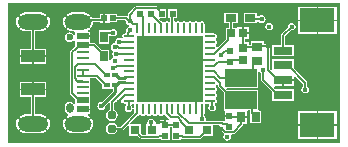
<source format=gtl>
G04*
G04 #@! TF.GenerationSoftware,Altium Limited,Altium Designer,22.10.1 (41)*
G04*
G04 Layer_Physical_Order=1*
G04 Layer_Color=255*
%FSLAX44Y44*%
%MOMM*%
G71*
G04*
G04 #@! TF.SameCoordinates,6AC466C0-41EF-44D2-8528-C36EB44BF29F*
G04*
G04*
G04 #@! TF.FilePolarity,Positive*
G04*
G01*
G75*
%ADD12R,0.7000X0.9500*%
%ADD13R,2.0000X1.0000*%
%ADD14R,1.0000X0.2700*%
%ADD15R,1.0000X0.5200*%
%ADD16R,0.5000X0.4500*%
%ADD17R,0.5500X0.5500*%
%ADD18R,0.9500X0.7000*%
%ADD19R,0.7600X0.7200*%
%ADD20R,3.0000X2.1000*%
%ADD21R,1.6000X0.8000*%
%ADD22C,0.7870*%
%ADD23R,2.7000X1.5000*%
%ADD24R,0.8500X0.7500*%
%ADD25R,0.7500X0.8500*%
%ADD26R,0.5500X0.5500*%
%ADD27R,0.8000X0.8000*%
%ADD28R,0.7200X0.7600*%
%ADD29R,5.6000X5.6000*%
%ADD30O,0.2500X0.9000*%
%ADD31O,0.9000X0.2500*%
%ADD32R,0.5153X0.4725*%
G04:AMPARAMS|DCode=49|XSize=0.85mm|YSize=0.6mm|CornerRadius=0.3mm|HoleSize=0mm|Usage=FLASHONLY|Rotation=270.000|XOffset=0mm|YOffset=0mm|HoleType=Round|Shape=RoundedRectangle|*
%AMROUNDEDRECTD49*
21,1,0.8500,0.0000,0,0,270.0*
21,1,0.2500,0.6000,0,0,270.0*
1,1,0.6000,0.0000,-0.1250*
1,1,0.6000,0.0000,0.1250*
1,1,0.6000,0.0000,0.1250*
1,1,0.6000,0.0000,-0.1250*
%
%ADD49ROUNDEDRECTD49*%
%ADD50C,0.6000*%
G04:AMPARAMS|DCode=51|XSize=1.3mm|YSize=2.6mm|CornerRadius=0.65mm|HoleSize=0mm|Usage=FLASHONLY|Rotation=270.000|XOffset=0mm|YOffset=0mm|HoleType=Round|Shape=RoundedRectangle|*
%AMROUNDEDRECTD51*
21,1,1.3000,1.3000,0,0,270.0*
21,1,0.0000,2.6000,0,0,270.0*
1,1,1.3000,-0.6500,0.0000*
1,1,1.3000,-0.6500,0.0000*
1,1,1.3000,0.6500,0.0000*
1,1,1.3000,0.6500,0.0000*
%
%ADD51ROUNDEDRECTD51*%
G04:AMPARAMS|DCode=52|XSize=1.3mm|YSize=2.3mm|CornerRadius=0.65mm|HoleSize=0mm|Usage=FLASHONLY|Rotation=270.000|XOffset=0mm|YOffset=0mm|HoleType=Round|Shape=RoundedRectangle|*
%AMROUNDEDRECTD52*
21,1,1.3000,1.0000,0,0,270.0*
21,1,0.0000,2.3000,0,0,270.0*
1,1,1.3000,-0.5000,0.0000*
1,1,1.3000,-0.5000,0.0000*
1,1,1.3000,0.5000,0.0000*
1,1,1.3000,0.5000,0.0000*
%
%ADD52ROUNDEDRECTD52*%
%ADD54C,0.1270*%
%ADD55C,0.2175*%
%ADD56C,0.4500*%
%ADD57C,0.5000*%
G36*
X249922Y-59922D02*
X-30922D01*
Y58922D01*
X249922D01*
Y-59922D01*
D02*
G37*
%LPC*%
G36*
X94747Y56111D02*
X77202D01*
X76564Y55984D01*
X76024Y55622D01*
X70715Y50314D01*
X70354Y49773D01*
X70227Y49135D01*
Y48452D01*
X69949Y48176D01*
X68957Y47609D01*
X68667Y47667D01*
X61362D01*
Y49362D01*
X55219D01*
X54061Y49632D01*
X53051Y49632D01*
X50849D01*
Y46000D01*
Y42368D01*
X53051D01*
X54061Y42368D01*
X55219Y42638D01*
X61362D01*
Y44333D01*
X67595D01*
X68580Y43647D01*
X68833Y42379D01*
X69551Y41304D01*
X70626Y40586D01*
X71505Y40411D01*
Y39116D01*
X70614Y38939D01*
X69539Y38220D01*
X68821Y37145D01*
X68568Y35877D01*
X68821Y34609D01*
X68308Y33350D01*
X67824D01*
X66946Y33175D01*
X66202Y32678D01*
X65704Y31934D01*
X65530Y31056D01*
X65704Y30178D01*
X65871Y29928D01*
X64956Y29013D01*
X64260Y29477D01*
X62992Y29730D01*
X61724Y29477D01*
X60649Y28759D01*
X59931Y27684D01*
X59678Y26416D01*
X59712Y26248D01*
X59497Y25042D01*
X58790Y24868D01*
X58223Y24755D01*
X57148Y24037D01*
X56430Y22962D01*
X56178Y21694D01*
X56430Y20426D01*
X57148Y19351D01*
X57454Y17619D01*
X57391Y17524D01*
X57138Y16256D01*
X57391Y14988D01*
X57880Y14255D01*
X57901Y13456D01*
X57576Y12742D01*
X56839Y12249D01*
X56121Y11174D01*
X55982Y10478D01*
X54712Y10603D01*
Y19476D01*
X48070D01*
X42884Y24662D01*
X42343Y25024D01*
X41705Y25150D01*
X38826D01*
X38068Y26421D01*
X38230Y27113D01*
X38230Y28242D01*
Y30348D01*
X31960D01*
Y31618D01*
X38230D01*
Y34853D01*
X36722D01*
X36469Y36123D01*
X37128Y36396D01*
X38243Y37252D01*
X32761Y42734D01*
X33210Y43183D01*
X32761Y43632D01*
X38243Y49115D01*
X37128Y49970D01*
X35238Y50753D01*
X33210Y51020D01*
X23210D01*
X21181Y50753D01*
X19291Y49970D01*
X18176Y49115D01*
X23659Y43632D01*
X23210Y43183D01*
X23659Y42734D01*
X18176Y37252D01*
X19291Y36396D01*
X21181Y35613D01*
X23210Y35346D01*
X24624D01*
X25690Y34853D01*
X25690Y34076D01*
Y32390D01*
X24420Y32005D01*
X23844Y32867D01*
X22520Y33751D01*
X20960Y34062D01*
X19399Y33751D01*
X18076Y32867D01*
X17192Y31544D01*
X16881Y29983D01*
X17192Y28423D01*
X18076Y27100D01*
X19399Y26216D01*
X20960Y25905D01*
X22520Y26216D01*
X23844Y27100D01*
X24420Y27962D01*
X25690Y27577D01*
Y27113D01*
X25960Y25955D01*
Y22241D01*
X25748Y22029D01*
X25645Y22009D01*
X25104Y21647D01*
X21987Y18530D01*
X21625Y17990D01*
X21499Y17352D01*
Y-17385D01*
X21625Y-18023D01*
X21987Y-18563D01*
X25960Y-22536D01*
Y-25988D01*
X25726Y-26988D01*
X25341Y-27072D01*
X24522Y-26899D01*
X23844Y-25883D01*
X22520Y-24999D01*
X20960Y-24688D01*
X19399Y-24999D01*
X18076Y-25883D01*
X17192Y-27206D01*
X16881Y-28767D01*
Y-31267D01*
X17192Y-32827D01*
X18076Y-34150D01*
X19399Y-35034D01*
X19489Y-36347D01*
X19291Y-36429D01*
X18176Y-37285D01*
X23659Y-42768D01*
X23210Y-43217D01*
X23659Y-43665D01*
X18176Y-49148D01*
X19291Y-50004D01*
X21181Y-50786D01*
X23210Y-51054D01*
X33210D01*
X35238Y-50786D01*
X37128Y-50004D01*
X38243Y-49148D01*
X32761Y-43665D01*
X33210Y-43217D01*
X32761Y-42768D01*
X38243Y-37285D01*
X37128Y-36429D01*
X36469Y-36156D01*
X36722Y-34887D01*
X38230D01*
Y-31651D01*
X31960D01*
Y-30382D01*
X38230D01*
Y-27146D01*
X37960Y-25988D01*
Y-21137D01*
X37960Y-19917D01*
X37960D01*
Y-19866D01*
X37960Y-19866D01*
X37960Y-15166D01*
X37960Y-13896D01*
X37960Y-10167D01*
X37960Y-8896D01*
Y-5167D01*
X38653Y-4184D01*
X43483D01*
X48821Y-9521D01*
Y-13664D01*
X55821D01*
Y-13664D01*
X56321D01*
Y-13664D01*
X57693D01*
Y-15243D01*
X48005Y-24931D01*
X47752Y-24880D01*
X46484Y-25133D01*
X45409Y-25851D01*
X44691Y-26926D01*
X44438Y-28194D01*
X44691Y-29462D01*
X45409Y-30537D01*
X46484Y-31255D01*
X47752Y-31508D01*
X49020Y-31255D01*
X50095Y-30537D01*
X50813Y-29462D01*
X51066Y-28194D01*
X51015Y-27941D01*
X53705Y-25251D01*
X54975Y-25777D01*
Y-31114D01*
X54717Y-31165D01*
X53084Y-32256D01*
X51993Y-33888D01*
X51610Y-35814D01*
X51993Y-37740D01*
X53084Y-39372D01*
X54717Y-40463D01*
X56642Y-40846D01*
X58568Y-40463D01*
X60200Y-39372D01*
X61291Y-37740D01*
X61674Y-35814D01*
X61291Y-33888D01*
X60200Y-32256D01*
X58568Y-31165D01*
X58309Y-31114D01*
Y-25816D01*
X59969Y-24156D01*
X60214Y-24201D01*
X61333Y-25000D01*
X61460Y-25638D01*
X61821Y-26179D01*
X62362Y-26540D01*
X63000Y-26667D01*
X63638Y-26540D01*
X64179Y-26179D01*
X64721Y-25636D01*
X64865Y-25561D01*
X66201Y-25566D01*
X66203Y-25567D01*
X66946Y-26063D01*
X67824Y-26238D01*
X68494D01*
X68880Y-27508D01*
X68657Y-27657D01*
X67939Y-28732D01*
X67686Y-30000D01*
X67939Y-31268D01*
X68657Y-32343D01*
X69732Y-33061D01*
X71000Y-33314D01*
X72268Y-33061D01*
X73343Y-32343D01*
X74061Y-31268D01*
X74314Y-30000D01*
X74061Y-28732D01*
X73343Y-27657D01*
X73120Y-27508D01*
X73506Y-26238D01*
X74324D01*
X74896Y-26124D01*
X75334Y-26411D01*
X75607Y-26684D01*
X75893Y-27122D01*
X75780Y-27694D01*
Y-34130D01*
X64333Y-45577D01*
X61342D01*
X61291Y-45318D01*
X60200Y-43686D01*
X58568Y-42595D01*
X56642Y-42212D01*
X54717Y-42595D01*
X53084Y-43686D01*
X51993Y-45318D01*
X51610Y-47244D01*
X51993Y-49170D01*
X53084Y-50802D01*
X54717Y-51893D01*
X56642Y-52276D01*
X58568Y-51893D01*
X60200Y-50802D01*
X61291Y-49170D01*
X61342Y-48911D01*
X65024D01*
X65662Y-48784D01*
X66203Y-48423D01*
X69900Y-44725D01*
X71074Y-45211D01*
Y-53514D01*
X78716D01*
X80530Y-55328D01*
X81071Y-55689D01*
X81709Y-55816D01*
X95751D01*
X96389Y-55689D01*
X96806Y-55410D01*
X97283Y-55528D01*
X98076Y-55977D01*
Y-56967D01*
X105576D01*
Y-49467D01*
X105576D01*
X105673Y-48237D01*
X105846D01*
Y-45884D01*
X107309D01*
Y-48237D01*
X107482D01*
X107579Y-49467D01*
X107579D01*
Y-56967D01*
X115079D01*
Y-55930D01*
X115872Y-55481D01*
X116349Y-55363D01*
X116766Y-55642D01*
X117404Y-55769D01*
X131446D01*
X132084Y-55642D01*
X132625Y-55280D01*
X134439Y-53467D01*
X142081D01*
Y-44499D01*
X147842D01*
X148627Y-45677D01*
X148617Y-45769D01*
X148173Y-46065D01*
X147812Y-46606D01*
X147685Y-47244D01*
X147812Y-47882D01*
X148173Y-48423D01*
X148714Y-48784D01*
X149065Y-48854D01*
X151342Y-51130D01*
X151859Y-51562D01*
X151494Y-52643D01*
X151371Y-52829D01*
X151118Y-54097D01*
X151371Y-55365D01*
X152089Y-56440D01*
X153164Y-57158D01*
X154432Y-57411D01*
X155700Y-57158D01*
X156775Y-56440D01*
X157493Y-55365D01*
X157746Y-54097D01*
X157505Y-52889D01*
X157501Y-52817D01*
X158212Y-51619D01*
X159754D01*
X160392Y-51492D01*
X160932Y-51130D01*
X167258Y-44805D01*
X167619Y-44264D01*
X167746Y-43626D01*
Y-43087D01*
X171099D01*
Y-38202D01*
X166079D01*
Y-36932D01*
X171099D01*
Y-32047D01*
X172169Y-31564D01*
X173797D01*
Y-34452D01*
X173829Y-34613D01*
Y-42817D01*
X183329D01*
Y-32317D01*
X181785D01*
X180826Y-31564D01*
Y-14564D01*
X154190D01*
X153455Y-13673D01*
X153929Y-12564D01*
X180826D01*
Y265D01*
X182096Y650D01*
X182569Y-57D01*
X183245Y-509D01*
Y-5929D01*
X183372Y-6567D01*
X183733Y-7108D01*
X192733Y-16107D01*
Y-23750D01*
X210733D01*
Y-13750D01*
X195090D01*
X194034Y-12693D01*
X194520Y-11520D01*
X201098D01*
Y-6250D01*
X201733D01*
Y-5615D01*
X211003D01*
Y-3037D01*
X212176Y-2551D01*
X218805Y-9180D01*
Y-11429D01*
X218129Y-11881D01*
X217411Y-12956D01*
X217158Y-14224D01*
X217411Y-15492D01*
X218129Y-16567D01*
X219204Y-17285D01*
X220472Y-17538D01*
X221740Y-17285D01*
X222815Y-16567D01*
X223533Y-15492D01*
X223786Y-14224D01*
X223533Y-12956D01*
X222815Y-11881D01*
X222139Y-11429D01*
Y-8489D01*
X222012Y-7851D01*
X221651Y-7311D01*
X210733Y3608D01*
Y11250D01*
X192733D01*
Y2904D01*
X191463Y2377D01*
X190464Y3376D01*
Y22531D01*
X190337Y23169D01*
X189976Y23710D01*
X189901Y23785D01*
X189360Y24146D01*
X188722Y24273D01*
X185497D01*
Y27208D01*
X180612D01*
Y22188D01*
X179342D01*
Y27208D01*
X174457D01*
Y23856D01*
X172845D01*
Y25909D01*
X169393D01*
Y28571D01*
X172796D01*
Y32806D01*
X167726D01*
Y33441D01*
X167091D01*
Y38311D01*
X162656D01*
Y38041D01*
X159279D01*
Y41793D01*
X163362D01*
Y50793D01*
X151862D01*
Y41793D01*
X155945D01*
Y38041D01*
X153126D01*
Y30637D01*
X153094Y30476D01*
Y28184D01*
X146756Y21845D01*
X146285Y21877D01*
X145285Y22171D01*
X144946Y22678D01*
X144704Y22840D01*
Y24272D01*
X144946Y24434D01*
X145443Y25178D01*
X145618Y26056D01*
X145443Y26934D01*
X144946Y27678D01*
X144704Y27840D01*
Y29272D01*
X144946Y29434D01*
X145443Y30178D01*
X145618Y31056D01*
X145443Y31934D01*
X144946Y32678D01*
X144202Y33175D01*
X143324Y33350D01*
X136824D01*
X136252Y33236D01*
X135814Y33523D01*
X135540Y33796D01*
X135254Y34234D01*
X135368Y34806D01*
Y41306D01*
X135193Y42184D01*
X134696Y42928D01*
X133952Y43425D01*
X133074Y43600D01*
X132196Y43425D01*
X131452Y42928D01*
X131290Y42686D01*
X129858D01*
X129696Y42928D01*
X128952Y43425D01*
X128074Y43600D01*
X127196Y43425D01*
X126452Y42928D01*
X126290Y42686D01*
X124858D01*
X124696Y42928D01*
X123952Y43425D01*
X123074Y43600D01*
X122196Y43425D01*
X121452Y42928D01*
X121290Y42686D01*
X119858D01*
X119696Y42928D01*
X118952Y43425D01*
X118074Y43600D01*
X117196Y43425D01*
X116452Y42928D01*
X116290Y42686D01*
X114858D01*
X114696Y42928D01*
X113952Y43425D01*
X113074Y43600D01*
X112196Y43425D01*
X111452Y42928D01*
X110239Y43399D01*
X109741Y43907D01*
Y46309D01*
X111882D01*
Y53808D01*
X104382D01*
Y46309D01*
X106407D01*
Y42861D01*
X106290Y42686D01*
X104858D01*
X104696Y42928D01*
X103952Y43425D01*
X103074Y43600D01*
X102196Y43425D01*
X101452Y42928D01*
X101290Y42686D01*
X99858D01*
X99696Y42928D01*
X98952Y43425D01*
X98538Y43508D01*
X96910Y45135D01*
X97396Y46309D01*
X102882D01*
Y53808D01*
X97739D01*
X95926Y55622D01*
X95385Y55984D01*
X94747Y56111D01*
D02*
G37*
G36*
X49579Y49632D02*
X46368D01*
Y45940D01*
X40478D01*
X39997Y47102D01*
X39141Y48217D01*
X34108Y43183D01*
X39141Y38150D01*
X39997Y39265D01*
X40780Y41155D01*
X40971Y42606D01*
X46368D01*
Y42368D01*
X49579D01*
Y46000D01*
Y49632D01*
D02*
G37*
G36*
X247003Y56020D02*
X231368D01*
Y44885D01*
X247003D01*
Y56020D01*
D02*
G37*
G36*
X230098D02*
X214463D01*
Y44885D01*
X230098D01*
Y56020D01*
D02*
G37*
G36*
X179862Y50793D02*
X168362D01*
Y41793D01*
X179862D01*
Y42987D01*
X181132Y43373D01*
X181299Y43123D01*
X182374Y42405D01*
X183642Y42152D01*
X184910Y42405D01*
X185985Y43123D01*
X186703Y44198D01*
X186956Y45466D01*
X186703Y46734D01*
X185985Y47809D01*
X184910Y48527D01*
X183642Y48780D01*
X182374Y48527D01*
X181299Y47809D01*
X181132Y47559D01*
X179862Y47945D01*
Y50793D01*
D02*
G37*
G36*
X2391Y48217D02*
X-2642Y43183D01*
X2391Y38150D01*
X3247Y39265D01*
X4030Y41155D01*
X4297Y43183D01*
X4030Y45212D01*
X3247Y47102D01*
X2391Y48217D01*
D02*
G37*
G36*
X17278Y48217D02*
X16422Y47102D01*
X15640Y45212D01*
X15373Y43183D01*
X15640Y41155D01*
X16422Y39265D01*
X17278Y38150D01*
X22312Y43183D01*
X17278Y48217D01*
D02*
G37*
G36*
X-22472D02*
X-23328Y47102D01*
X-24110Y45212D01*
X-24377Y43183D01*
X-24110Y41155D01*
X-23328Y39265D01*
X-22472Y38150D01*
X-17438Y43183D01*
X-22472Y48217D01*
D02*
G37*
G36*
X209042Y42430D02*
X207774Y42177D01*
X206699Y41459D01*
X205981Y40384D01*
X205728Y39116D01*
X205887Y38319D01*
X200554Y32985D01*
X200193Y32445D01*
X200066Y31807D01*
Y23750D01*
X192733D01*
Y13750D01*
X210733D01*
Y23750D01*
X203400D01*
Y31116D01*
X208244Y35961D01*
X209042Y35802D01*
X210310Y36055D01*
X211385Y36773D01*
X212103Y37848D01*
X212356Y39116D01*
X212103Y40384D01*
X211385Y41459D01*
X210310Y42177D01*
X209042Y42430D01*
D02*
G37*
G36*
X189992D02*
X188724Y42177D01*
X187649Y41459D01*
X186931Y40384D01*
X186678Y39116D01*
X186931Y37848D01*
X187649Y36773D01*
X188724Y36055D01*
X189992Y35802D01*
X191260Y36055D01*
X192335Y36773D01*
X193053Y37848D01*
X193306Y39116D01*
X193053Y40384D01*
X192335Y41459D01*
X191260Y42177D01*
X189992Y42430D01*
D02*
G37*
G36*
X172796Y38311D02*
X168361D01*
Y34076D01*
X172796D01*
Y38311D01*
D02*
G37*
G36*
X247003Y43615D02*
X231368D01*
Y32480D01*
X247003D01*
Y43615D01*
D02*
G37*
G36*
X230098D02*
X214463D01*
Y32480D01*
X230098D01*
Y43615D01*
D02*
G37*
G36*
X58000Y37314D02*
X56732Y37061D01*
X55821Y36453D01*
X54712Y35976D01*
X54712Y35976D01*
X54712Y35976D01*
X45712D01*
Y24476D01*
X54712D01*
Y30877D01*
X54895Y31028D01*
X55982Y31440D01*
X56732Y30939D01*
X58000Y30686D01*
X59268Y30939D01*
X60343Y31657D01*
X61061Y32732D01*
X61314Y34000D01*
X61061Y35268D01*
X60343Y36343D01*
X59268Y37061D01*
X58000Y37314D01*
D02*
G37*
G36*
X-3540Y51020D02*
X-16540D01*
X-18569Y50753D01*
X-20459Y49970D01*
X-21574Y49115D01*
X-16091Y43632D01*
X-16540Y43183D01*
X-16091Y42734D01*
X-21574Y37252D01*
X-20459Y36396D01*
X-18569Y35613D01*
X-16540Y35346D01*
X-11707D01*
Y20254D01*
X-21310D01*
Y14619D01*
X-10040D01*
X1230D01*
Y20254D01*
X-8373D01*
Y35346D01*
X-3540D01*
X-1512Y35613D01*
X378Y36396D01*
X1493Y37252D01*
X-3989Y42734D01*
X-3540Y43183D01*
X-3989Y43632D01*
X1493Y49115D01*
X378Y49970D01*
X-1512Y50753D01*
X-3540Y51020D01*
D02*
G37*
G36*
X1230Y13348D02*
X-9405D01*
Y7714D01*
X1230D01*
Y13348D01*
D02*
G37*
G36*
X-10675D02*
X-21310D01*
Y7714D01*
X-10675D01*
Y13348D01*
D02*
G37*
G36*
X211003Y-6885D02*
X202368D01*
Y-11520D01*
X211003D01*
Y-6885D01*
D02*
G37*
G36*
X1230Y-7746D02*
X-9405D01*
Y-13382D01*
X1230D01*
Y-7746D01*
D02*
G37*
G36*
X-10675D02*
X-21310D01*
Y-13382D01*
X-10675D01*
Y-7746D01*
D02*
G37*
G36*
X247003Y-32480D02*
X231368D01*
Y-43615D01*
X247003D01*
Y-32480D01*
D02*
G37*
G36*
X230098D02*
X214463D01*
Y-43615D01*
X230098D01*
Y-32480D01*
D02*
G37*
G36*
X2391Y-38183D02*
X-2642Y-43217D01*
X2391Y-48250D01*
X3247Y-47135D01*
X4030Y-45245D01*
X4297Y-43217D01*
X4030Y-41188D01*
X3247Y-39298D01*
X2391Y-38183D01*
D02*
G37*
G36*
X39141D02*
X34108Y-43217D01*
X39141Y-48250D01*
X39997Y-47135D01*
X40780Y-45245D01*
X41047Y-43217D01*
X40780Y-41188D01*
X39997Y-39298D01*
X39141Y-38183D01*
D02*
G37*
G36*
X17278Y-38183D02*
X16422Y-39298D01*
X15640Y-41188D01*
X15373Y-43217D01*
X15640Y-45245D01*
X16422Y-47135D01*
X17278Y-48250D01*
X22312Y-43217D01*
X17278Y-38183D01*
D02*
G37*
G36*
X-22472D02*
X-23328Y-39298D01*
X-24110Y-41188D01*
X-24377Y-43217D01*
X-24110Y-45245D01*
X-23328Y-47135D01*
X-22472Y-48250D01*
X-17438Y-43217D01*
X-22472Y-38183D01*
D02*
G37*
G36*
X1230Y-14651D02*
X-10040D01*
X-21310D01*
Y-20287D01*
X-11707D01*
Y-35380D01*
X-16540D01*
X-18569Y-35647D01*
X-20459Y-36429D01*
X-21574Y-37285D01*
X-16091Y-42768D01*
X-16540Y-43217D01*
X-16091Y-43665D01*
X-21574Y-49148D01*
X-20459Y-50004D01*
X-18569Y-50786D01*
X-16540Y-51054D01*
X-3540D01*
X-1512Y-50786D01*
X378Y-50004D01*
X1493Y-49148D01*
X-3989Y-43665D01*
X-3540Y-43217D01*
X-3989Y-42768D01*
X1493Y-37285D01*
X378Y-36429D01*
X-1512Y-35647D01*
X-3540Y-35380D01*
X-8373D01*
Y-20287D01*
X1230D01*
Y-14651D01*
D02*
G37*
G36*
X247003Y-44885D02*
X231368D01*
Y-56020D01*
X247003D01*
Y-44885D01*
D02*
G37*
G36*
X230098D02*
X214463D01*
Y-56020D01*
X230098D01*
Y-44885D01*
D02*
G37*
%LPD*%
G36*
X146728Y-10746D02*
X146843Y-10999D01*
Y-11248D01*
X146970Y-11886D01*
X147331Y-12427D01*
X151826Y-16921D01*
Y-31564D01*
X151826D01*
X152306Y-32635D01*
Y-35932D01*
X156326D01*
Y-37202D01*
X152306D01*
Y-40587D01*
X152306D01*
X152306Y-40589D01*
X151176Y-41232D01*
X150925Y-41262D01*
X150434Y-41164D01*
X136796D01*
X136083Y-39894D01*
X136271Y-38947D01*
X136019Y-37678D01*
X135441Y-36813D01*
X135301Y-36603D01*
X135300Y-36602D01*
X134696Y-35816D01*
X135193Y-35072D01*
X135368Y-34194D01*
Y-27694D01*
X135254Y-27122D01*
X135540Y-26684D01*
X135814Y-26411D01*
X136252Y-26124D01*
X136824Y-26238D01*
X138568D01*
X138623Y-26298D01*
X139130Y-27508D01*
X138671Y-28196D01*
X138418Y-29464D01*
X138671Y-30732D01*
X139389Y-31807D01*
X140464Y-32525D01*
X141732Y-32778D01*
X143000Y-32525D01*
X144075Y-31807D01*
X144793Y-30732D01*
X145046Y-29464D01*
X144793Y-28196D01*
X144230Y-27353D01*
X144222Y-26977D01*
X144329Y-26355D01*
X144490Y-25871D01*
X144946Y-25566D01*
X145443Y-24822D01*
X145618Y-23944D01*
X145443Y-23066D01*
X144946Y-22322D01*
X144704Y-22160D01*
Y-20728D01*
X144946Y-20566D01*
X145443Y-19822D01*
X145618Y-18944D01*
X145443Y-18066D01*
X144946Y-17322D01*
X144704Y-17160D01*
Y-15728D01*
X144946Y-15566D01*
X145443Y-14822D01*
X145618Y-13944D01*
X145443Y-13066D01*
X144946Y-12322D01*
X144704Y-12160D01*
Y-10785D01*
X145695Y-10056D01*
X146728Y-10746D01*
D02*
G37*
G36*
X96452Y-35816D02*
X97196Y-36313D01*
X98074Y-36488D01*
X98952Y-36313D01*
X99696Y-35816D01*
X99858Y-35574D01*
X101290D01*
X101452Y-35816D01*
X102196Y-36313D01*
X102994Y-36472D01*
X105310Y-38788D01*
X105518Y-38927D01*
X105132Y-40197D01*
X102461D01*
Y-44217D01*
X101191D01*
Y-40197D01*
X98117D01*
X97709Y-39924D01*
X97071Y-39797D01*
X96197D01*
X95559Y-39924D01*
X95019Y-40286D01*
X94657Y-40826D01*
X94530Y-41464D01*
X94176Y-41846D01*
X93209Y-41476D01*
X93061Y-40732D01*
X92343Y-39657D01*
X91268Y-38939D01*
X90000Y-38686D01*
X88732Y-38939D01*
X87657Y-39657D01*
X86939Y-40732D01*
X86686Y-42000D01*
X86735Y-42244D01*
X86074Y-43514D01*
X86074D01*
Y-52482D01*
X82399D01*
X81074Y-51157D01*
Y-43514D01*
X72771D01*
X72285Y-42341D01*
X78153Y-36472D01*
X78952Y-36313D01*
X79696Y-35816D01*
X79858Y-35574D01*
X81290D01*
X81452Y-35816D01*
X82196Y-36313D01*
X83074Y-36488D01*
X83952Y-36313D01*
X84696Y-35816D01*
X84858Y-35574D01*
X86290D01*
X86452Y-35816D01*
X87196Y-36313D01*
X88074Y-36488D01*
X88952Y-36313D01*
X89696Y-35816D01*
X89858Y-35574D01*
X91290D01*
X91452Y-35816D01*
X92196Y-36313D01*
X93074Y-36488D01*
X93952Y-36313D01*
X94696Y-35816D01*
X94858Y-35574D01*
X96290D01*
X96452Y-35816D01*
D02*
G37*
D12*
X50212Y13726D02*
D03*
Y30226D02*
D03*
D13*
X-10040Y-14016D02*
D03*
Y13984D02*
D03*
D14*
X31960Y-17516D02*
D03*
Y-12516D02*
D03*
Y-7516D02*
D03*
Y-2517D02*
D03*
Y2483D02*
D03*
Y7484D02*
D03*
Y12484D02*
D03*
Y17484D02*
D03*
D15*
Y-23516D02*
D03*
Y-31016D02*
D03*
Y23484D02*
D03*
Y30984D02*
D03*
D16*
X52321Y-10414D02*
D03*
X59821D02*
D03*
X52321Y-1911D02*
D03*
X59821D02*
D03*
D17*
X80630Y50058D02*
D03*
X89629D02*
D03*
X99132D02*
D03*
X108132D02*
D03*
D18*
X157612Y46293D02*
D03*
X174112D02*
D03*
D19*
X157926Y33441D02*
D03*
X167726D02*
D03*
D20*
X230733Y44250D02*
D03*
Y-44250D02*
D03*
D21*
X201733Y18750D02*
D03*
Y6250D02*
D03*
Y-6250D02*
D03*
Y-18750D02*
D03*
D22*
X56642Y-35814D02*
D03*
Y-47244D02*
D03*
D23*
X166326Y-4064D02*
D03*
Y-23064D02*
D03*
D24*
X179977Y22188D02*
D03*
Y9689D02*
D03*
D25*
X166079Y-37567D02*
D03*
X178579D02*
D03*
D26*
X101826Y-44217D02*
D03*
Y-53217D02*
D03*
X111329Y-44217D02*
D03*
Y-53217D02*
D03*
X156326Y-36567D02*
D03*
Y-45567D02*
D03*
X156972Y9438D02*
D03*
Y18439D02*
D03*
D27*
X122081Y-48467D02*
D03*
X137081D02*
D03*
X76074Y-48514D02*
D03*
X91074D02*
D03*
D28*
X167974Y11039D02*
D03*
Y20838D02*
D03*
D29*
X105574Y3556D02*
D03*
D30*
X133074Y-30944D02*
D03*
X128074D02*
D03*
X123074D02*
D03*
X118074D02*
D03*
X113074D02*
D03*
X108074D02*
D03*
X103074D02*
D03*
X98074D02*
D03*
X93074D02*
D03*
X88074D02*
D03*
X83074D02*
D03*
X78074D02*
D03*
Y38056D02*
D03*
X83074D02*
D03*
X88074D02*
D03*
X93074D02*
D03*
X98074D02*
D03*
X103074D02*
D03*
X108074D02*
D03*
X113074D02*
D03*
X118074D02*
D03*
X123074D02*
D03*
X128074D02*
D03*
X133074D02*
D03*
D31*
X71074Y-23944D02*
D03*
Y-18944D02*
D03*
Y-13944D02*
D03*
Y-8944D02*
D03*
Y-3944D02*
D03*
Y1056D02*
D03*
Y6056D02*
D03*
Y11056D02*
D03*
Y16056D02*
D03*
Y21056D02*
D03*
Y26056D02*
D03*
Y31056D02*
D03*
X140074D02*
D03*
Y26056D02*
D03*
Y21056D02*
D03*
Y16056D02*
D03*
Y11056D02*
D03*
Y6056D02*
D03*
Y1056D02*
D03*
Y-3944D02*
D03*
Y-8944D02*
D03*
Y-13944D02*
D03*
Y-18944D02*
D03*
Y-23944D02*
D03*
D32*
X50214Y46000D02*
D03*
X57786D02*
D03*
D49*
X20960Y-30017D02*
D03*
D50*
Y29983D02*
D03*
D51*
X-10040Y-43217D02*
D03*
Y43183D02*
D03*
D52*
X28210Y-43217D02*
D03*
Y43183D02*
D03*
D54*
X68667Y46000D02*
X71020Y43647D01*
X71894D01*
X57786Y46000D02*
X68667D01*
X29299Y44273D02*
X48487D01*
X50214Y46000D01*
X28210Y43183D02*
X29299Y44273D01*
X71894Y43647D02*
Y49135D01*
X77202Y54444D01*
X94747D01*
X99132Y50058D01*
X77506Y41497D02*
X78074Y40929D01*
X74919Y41497D02*
X77506D01*
X72768Y43647D02*
X74919Y41497D01*
X71894Y43647D02*
X72768D01*
X78074Y38056D02*
Y40929D01*
X50212Y31476D02*
X52736Y34000D01*
X58000D01*
X50212Y30226D02*
Y31476D01*
X83074Y26056D02*
X83574Y25556D01*
X83074Y26056D02*
Y38056D01*
X63618Y-24382D02*
Y-23150D01*
X67824Y-18944D01*
X63000Y-25000D02*
X63618Y-24382D01*
X56642Y-25126D02*
X67824Y-13944D01*
Y-18944D02*
X71074D01*
X56642Y-35814D02*
Y-25126D01*
X71000Y-30000D02*
Y-24018D01*
X71074Y-23944D01*
X96197Y-41464D02*
X97071D01*
X97709Y-42102D01*
X99711D01*
X101826Y-44217D01*
X90000Y-47440D02*
X91074Y-48514D01*
X90000Y-47440D02*
Y-42000D01*
X184912Y-5929D02*
X197733Y-18750D01*
X184912Y-5929D02*
Y2286D01*
X197733Y-18750D02*
X201733D01*
X188797Y2686D02*
Y22531D01*
X188722Y22606D02*
X188797Y22531D01*
X197733Y-6250D02*
X201733D01*
X188797Y2686D02*
X197733Y-6250D01*
X205733Y6250D02*
X220472Y-8489D01*
X201733Y6250D02*
X205733D01*
X220472Y-14224D02*
Y-8489D01*
X201733Y18750D02*
Y31807D01*
X209042Y39116D01*
X-10040Y-43217D02*
Y-14016D01*
Y13984D02*
Y43183D01*
X29995Y-21551D02*
X31960Y-23516D01*
X27332Y-21551D02*
X29995D01*
X23166Y-17385D02*
X27332Y-21551D01*
X23166Y-17385D02*
Y17352D01*
X26282Y20468D01*
X26545D01*
X29560Y23484D01*
X31960D01*
X128074Y-30944D02*
Y-18944D01*
X127574Y-18444D02*
X128074Y-18944D01*
X103074Y-34194D02*
X106489Y-37609D01*
X103074Y-34194D02*
Y-30944D01*
X106489Y-37609D02*
X112534D01*
X115714Y-40789D01*
X131074Y11056D02*
X140074D01*
X127574Y14556D02*
X131074Y11056D01*
X179977Y22188D02*
X180394Y22606D01*
X188722D01*
X70894Y26236D02*
X71074Y26056D01*
X63172Y26236D02*
X70894D01*
X62992Y26416D02*
X63172Y26236D01*
X59491Y21694D02*
X60365D01*
X61277Y22606D02*
X61326D01*
X60365Y21694D02*
X61277Y22606D01*
X141732Y-29464D02*
Y-24512D01*
X62876Y21056D02*
X71074D01*
X61326Y22606D02*
X62876Y21056D01*
X71882Y35003D02*
Y35877D01*
X70612Y33733D02*
X71882Y35003D01*
X70612Y31624D02*
Y33733D01*
Y31624D02*
X71074Y31162D01*
Y31056D02*
Y31162D01*
X57912Y3589D02*
X58786D01*
X61273Y6076D02*
X71054D01*
X58786Y3589D02*
X61273Y6076D01*
X149813Y-47244D02*
X152521Y-49952D01*
X159754D02*
X166079Y-43626D01*
X149352Y-47244D02*
X149813D01*
X166079Y-43626D02*
Y-37567D01*
X152521Y-49952D02*
X159754D01*
X157326Y-37567D02*
X166079D01*
X156326Y-36567D02*
X157326Y-37567D01*
X113074Y-34194D02*
Y-30944D01*
X121711Y-42832D02*
X150434D01*
X151054Y-43452D02*
X154211D01*
X156326Y-45567D01*
X133016Y-38889D02*
Y-31002D01*
X133074Y-30944D01*
X132958Y-38947D02*
X133016Y-38889D01*
X150434Y-42832D02*
X151054Y-43452D01*
X113074Y-34194D02*
X121711Y-42832D01*
X174939Y45466D02*
X183642D01*
X174112Y46293D02*
X174939Y45466D01*
X157612Y33555D02*
Y46293D01*
Y33555D02*
X157726Y33441D01*
X152804Y18439D02*
X156972D01*
X149352Y14986D02*
X152804Y18439D01*
X154761Y30476D02*
X157726Y33441D01*
X154761Y27494D02*
Y30476D01*
X143324Y16056D02*
X154761Y27494D01*
X140074Y16056D02*
X143324D01*
X167974Y20838D02*
X169325Y22188D01*
X179977D01*
X167726Y21087D02*
X167974Y20838D01*
X167726Y21087D02*
Y33441D01*
X156972Y9438D02*
X158572Y11039D01*
X167974D01*
X143324Y6056D02*
X146706Y9438D01*
X140074Y6056D02*
X143324D01*
X146706Y9438D02*
X156972D01*
X175464Y-34452D02*
Y-29929D01*
Y-34452D02*
X178579Y-37567D01*
X168599Y-23064D02*
X175464Y-29929D01*
X166326Y-23064D02*
X168599D01*
X169497Y-4064D02*
X176362Y2801D01*
X166326Y-4064D02*
X169497D01*
X179477Y9689D02*
X179977D01*
X176362Y6574D02*
X179477Y9689D01*
X176362Y2801D02*
Y6574D01*
X143324Y1056D02*
X148444Y-4064D01*
X140074Y1056D02*
X143324D01*
X148444Y-4064D02*
X166326D01*
X143324Y-3944D02*
X148510Y-9130D01*
X160326Y-23064D02*
X166326D01*
X140074Y-3944D02*
X143324D01*
X148510Y-11248D02*
Y-9130D01*
Y-11248D02*
X160326Y-23064D01*
X140074Y-23944D02*
X141164D01*
X141732Y-24512D01*
X65024Y-47244D02*
X78074Y-34194D01*
X56642Y-47244D02*
X65024D01*
X78074Y-34194D02*
Y-30944D01*
X67824Y-13944D02*
X71074D01*
X71054Y6076D02*
X71074Y6056D01*
X60452Y16256D02*
X60552Y16156D01*
X70974D02*
X71074Y16056D01*
X60552Y16156D02*
X70974D01*
X108074Y50000D02*
X108132Y50058D01*
X108074Y38056D02*
Y50000D01*
X98074Y38056D02*
Y41614D01*
X89629Y50058D02*
X98074Y41614D01*
X82745Y45073D02*
Y47944D01*
X80630Y50058D02*
X82745Y47944D01*
Y45073D02*
X83074Y44744D01*
Y38056D02*
Y44744D01*
X41705Y23484D02*
X50212Y14976D01*
X31960Y23484D02*
X41705D01*
X50212Y13726D02*
Y14976D01*
X31960Y-2517D02*
Y2483D01*
X52071Y-1911D02*
X52321D01*
X31960Y7484D02*
X42676D01*
X52071Y-1911D01*
X44174Y-2517D02*
X52071Y-10414D01*
X52321D01*
X31960Y-2517D02*
X44174D01*
X31245Y-6801D02*
X31960Y-7516D01*
X27582Y-6801D02*
X31245D01*
X25325Y-4544D02*
X27582Y-6801D01*
X25325Y-4544D02*
Y4511D01*
X26282Y5469D01*
X26295D01*
X28310Y7484D01*
X31960D01*
X95751Y-54149D02*
X96683Y-53217D01*
X76074Y-48514D02*
X81709Y-54149D01*
X95751D01*
X101826Y-44217D02*
X111329D01*
X115714Y-42099D02*
Y-40789D01*
Y-42099D02*
X122081Y-48467D01*
X116519Y-53217D02*
X117404Y-54102D01*
X131446D02*
X137081Y-48467D01*
X111329Y-53217D02*
X116519D01*
X117404Y-54102D02*
X131446D01*
X96683Y-53217D02*
X101826D01*
D55*
X47752Y-28194D02*
X59821Y-16125D01*
Y-10414D01*
X62508Y-4440D02*
X68072D01*
X61234Y-3166D02*
Y-3074D01*
X59821Y-1911D02*
X60071D01*
X62508Y-7886D02*
X68072D01*
X61234Y-9252D02*
Y-9160D01*
X60071Y-10414D02*
X61234Y-9252D01*
X59821Y-10414D02*
X60071D01*
X61234Y-9160D02*
X62508Y-7886D01*
X60071Y-1911D02*
X61234Y-3074D01*
Y-3166D02*
X62508Y-4440D01*
D56*
X58000Y34000D02*
D03*
X63000Y-25000D02*
D03*
X71000Y-30000D02*
D03*
X96197Y-41464D02*
D03*
X90000Y-42000D02*
D03*
X220472Y-14224D02*
D03*
X209042Y39116D02*
D03*
X184912Y2286D02*
D03*
X188722Y22606D02*
D03*
X62992Y26416D02*
D03*
X59491Y21694D02*
D03*
X141732Y-29464D02*
D03*
X71894Y43647D02*
D03*
X71882Y35877D02*
D03*
X59182Y9906D02*
D03*
X57912Y3589D02*
D03*
X154432Y-54097D02*
D03*
X201422Y-53594D02*
D03*
X132958Y-38947D02*
D03*
X144272Y45466D02*
D03*
X183642D02*
D03*
X149352Y14986D02*
D03*
Y-47244D02*
D03*
X189992Y39116D02*
D03*
X60452Y16256D02*
D03*
X47752Y-28194D02*
D03*
D57*
X83574Y25556D02*
D03*
X94574D02*
D03*
X105574D02*
D03*
X116574D02*
D03*
X127574D02*
D03*
X83574Y14556D02*
D03*
X94574D02*
D03*
X105574D02*
D03*
X116574D02*
D03*
X127574D02*
D03*
X83574Y3556D02*
D03*
X94574D02*
D03*
X105574D02*
D03*
X116574D02*
D03*
X127574D02*
D03*
X83574Y-7444D02*
D03*
X94574D02*
D03*
X105574D02*
D03*
X116574D02*
D03*
X127574D02*
D03*
X83574Y-18444D02*
D03*
X94574D02*
D03*
X105574D02*
D03*
X116574D02*
D03*
X127574D02*
D03*
M02*

</source>
